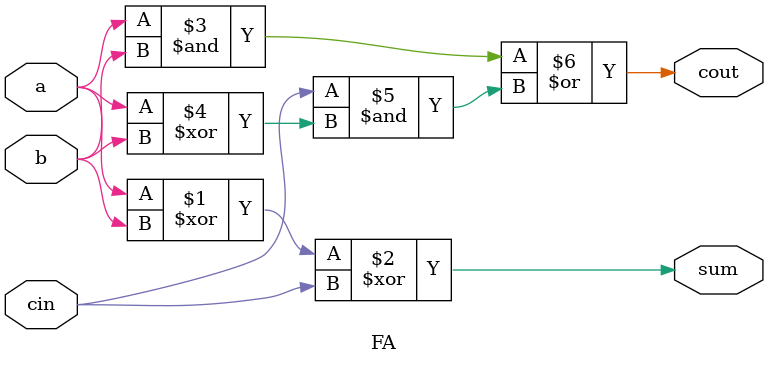
<source format=sv>
module FA(
    input  logic a,
    input  logic b,
    input  logic cin,
    output logic sum,
    output logic cout
);

    assign sum  = a ^ b ^ cin;
    assign cout = (a & b) | (cin & (a ^ b));

endmodule
</source>
